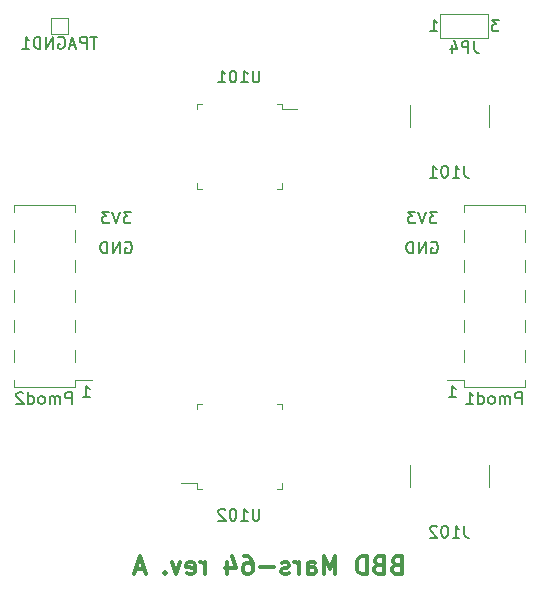
<source format=gbr>
G04 #@! TF.GenerationSoftware,KiCad,Pcbnew,(5.1.5)-3*
G04 #@! TF.CreationDate,2020-02-10T18:10:01+01:00*
G04 #@! TF.ProjectId,Mars-64,4d617273-2d36-4342-9e6b-696361645f70,A*
G04 #@! TF.SameCoordinates,Original*
G04 #@! TF.FileFunction,Legend,Bot*
G04 #@! TF.FilePolarity,Positive*
%FSLAX46Y46*%
G04 Gerber Fmt 4.6, Leading zero omitted, Abs format (unit mm)*
G04 Created by KiCad (PCBNEW (5.1.5)-3) date 2020-02-10 18:10:01*
%MOMM*%
%LPD*%
G04 APERTURE LIST*
%ADD10C,0.300000*%
%ADD11C,0.120000*%
%ADD12C,0.150000*%
G04 APERTURE END LIST*
D10*
X71710000Y-78632857D02*
X71495714Y-78704285D01*
X71424285Y-78775714D01*
X71352857Y-78918571D01*
X71352857Y-79132857D01*
X71424285Y-79275714D01*
X71495714Y-79347142D01*
X71638571Y-79418571D01*
X72210000Y-79418571D01*
X72210000Y-77918571D01*
X71710000Y-77918571D01*
X71567142Y-77990000D01*
X71495714Y-78061428D01*
X71424285Y-78204285D01*
X71424285Y-78347142D01*
X71495714Y-78490000D01*
X71567142Y-78561428D01*
X71710000Y-78632857D01*
X72210000Y-78632857D01*
X70210000Y-78632857D02*
X69995714Y-78704285D01*
X69924285Y-78775714D01*
X69852857Y-78918571D01*
X69852857Y-79132857D01*
X69924285Y-79275714D01*
X69995714Y-79347142D01*
X70138571Y-79418571D01*
X70710000Y-79418571D01*
X70710000Y-77918571D01*
X70210000Y-77918571D01*
X70067142Y-77990000D01*
X69995714Y-78061428D01*
X69924285Y-78204285D01*
X69924285Y-78347142D01*
X69995714Y-78490000D01*
X70067142Y-78561428D01*
X70210000Y-78632857D01*
X70710000Y-78632857D01*
X69210000Y-79418571D02*
X69210000Y-77918571D01*
X68852857Y-77918571D01*
X68638571Y-77990000D01*
X68495714Y-78132857D01*
X68424285Y-78275714D01*
X68352857Y-78561428D01*
X68352857Y-78775714D01*
X68424285Y-79061428D01*
X68495714Y-79204285D01*
X68638571Y-79347142D01*
X68852857Y-79418571D01*
X69210000Y-79418571D01*
X66567142Y-79418571D02*
X66567142Y-77918571D01*
X66067142Y-78990000D01*
X65567142Y-77918571D01*
X65567142Y-79418571D01*
X64210000Y-79418571D02*
X64210000Y-78632857D01*
X64281428Y-78490000D01*
X64424285Y-78418571D01*
X64710000Y-78418571D01*
X64852857Y-78490000D01*
X64210000Y-79347142D02*
X64352857Y-79418571D01*
X64710000Y-79418571D01*
X64852857Y-79347142D01*
X64924285Y-79204285D01*
X64924285Y-79061428D01*
X64852857Y-78918571D01*
X64710000Y-78847142D01*
X64352857Y-78847142D01*
X64210000Y-78775714D01*
X63495714Y-79418571D02*
X63495714Y-78418571D01*
X63495714Y-78704285D02*
X63424285Y-78561428D01*
X63352857Y-78490000D01*
X63210000Y-78418571D01*
X63067142Y-78418571D01*
X62638571Y-79347142D02*
X62495714Y-79418571D01*
X62210000Y-79418571D01*
X62067142Y-79347142D01*
X61995714Y-79204285D01*
X61995714Y-79132857D01*
X62067142Y-78990000D01*
X62210000Y-78918571D01*
X62424285Y-78918571D01*
X62567142Y-78847142D01*
X62638571Y-78704285D01*
X62638571Y-78632857D01*
X62567142Y-78490000D01*
X62424285Y-78418571D01*
X62210000Y-78418571D01*
X62067142Y-78490000D01*
X61352857Y-78847142D02*
X60210000Y-78847142D01*
X58852857Y-77918571D02*
X59138571Y-77918571D01*
X59281428Y-77990000D01*
X59352857Y-78061428D01*
X59495714Y-78275714D01*
X59567142Y-78561428D01*
X59567142Y-79132857D01*
X59495714Y-79275714D01*
X59424285Y-79347142D01*
X59281428Y-79418571D01*
X58995714Y-79418571D01*
X58852857Y-79347142D01*
X58781428Y-79275714D01*
X58710000Y-79132857D01*
X58710000Y-78775714D01*
X58781428Y-78632857D01*
X58852857Y-78561428D01*
X58995714Y-78490000D01*
X59281428Y-78490000D01*
X59424285Y-78561428D01*
X59495714Y-78632857D01*
X59567142Y-78775714D01*
X57424285Y-78418571D02*
X57424285Y-79418571D01*
X57781428Y-77847142D02*
X58138571Y-78918571D01*
X57210000Y-78918571D01*
X55495714Y-79418571D02*
X55495714Y-78418571D01*
X55495714Y-78704285D02*
X55424285Y-78561428D01*
X55352857Y-78490000D01*
X55210000Y-78418571D01*
X55067142Y-78418571D01*
X53995714Y-79347142D02*
X54138571Y-79418571D01*
X54424285Y-79418571D01*
X54567142Y-79347142D01*
X54638571Y-79204285D01*
X54638571Y-78632857D01*
X54567142Y-78490000D01*
X54424285Y-78418571D01*
X54138571Y-78418571D01*
X53995714Y-78490000D01*
X53924285Y-78632857D01*
X53924285Y-78775714D01*
X54638571Y-78918571D01*
X53424285Y-78418571D02*
X53067142Y-79418571D01*
X52710000Y-78418571D01*
X52138571Y-79275714D02*
X52067142Y-79347142D01*
X52138571Y-79418571D01*
X52210000Y-79347142D01*
X52138571Y-79275714D01*
X52138571Y-79418571D01*
X50352857Y-78990000D02*
X49638571Y-78990000D01*
X50495714Y-79418571D02*
X49995714Y-77918571D01*
X49495714Y-79418571D01*
D11*
X55260000Y-46790000D02*
X54810000Y-46790000D01*
X54810000Y-46790000D02*
X54810000Y-46340000D01*
X61580000Y-46790000D02*
X62030000Y-46790000D01*
X62030000Y-46790000D02*
X62030000Y-46340000D01*
X55260000Y-39570000D02*
X54810000Y-39570000D01*
X54810000Y-39570000D02*
X54810000Y-40020000D01*
X61580000Y-39570000D02*
X62030000Y-39570000D01*
X62030000Y-39570000D02*
X62030000Y-40020000D01*
X62030000Y-40020000D02*
X63320000Y-40020000D01*
X54810000Y-71740000D02*
X53520000Y-71740000D01*
X54810000Y-72190000D02*
X54810000Y-71740000D01*
X55260000Y-72190000D02*
X54810000Y-72190000D01*
X62030000Y-72190000D02*
X62030000Y-71740000D01*
X61580000Y-72190000D02*
X62030000Y-72190000D01*
X54810000Y-64970000D02*
X54810000Y-65420000D01*
X55260000Y-64970000D02*
X54810000Y-64970000D01*
X62030000Y-64970000D02*
X62030000Y-65420000D01*
X61580000Y-64970000D02*
X62030000Y-64970000D01*
X72845000Y-41580000D02*
X72845000Y-39700000D01*
X79555000Y-41580000D02*
X79555000Y-39700000D01*
X79555000Y-72060000D02*
X79555000Y-70180000D01*
X72845000Y-72060000D02*
X72845000Y-70180000D01*
X42480000Y-33720000D02*
X43880000Y-33720000D01*
X43880000Y-33720000D02*
X43880000Y-32320000D01*
X43880000Y-32320000D02*
X42480000Y-32320000D01*
X42480000Y-32320000D02*
X42480000Y-33720000D01*
X75420000Y-32020000D02*
X75420000Y-34020000D01*
X79520000Y-32020000D02*
X75420000Y-32020000D01*
X79520000Y-34020000D02*
X79520000Y-32020000D01*
X75420000Y-34020000D02*
X79520000Y-34020000D01*
X82610000Y-51310000D02*
X82610000Y-50290000D01*
X77410000Y-51310000D02*
X77410000Y-50290000D01*
X82610000Y-53850000D02*
X82610000Y-52830000D01*
X77410000Y-53850000D02*
X77410000Y-52830000D01*
X82610000Y-56390000D02*
X82610000Y-55370000D01*
X77410000Y-56390000D02*
X77410000Y-55370000D01*
X82610000Y-58930000D02*
X82610000Y-57910000D01*
X77410000Y-58930000D02*
X77410000Y-57910000D01*
X82610000Y-61470000D02*
X82610000Y-60450000D01*
X77410000Y-61470000D02*
X77410000Y-60450000D01*
X82610000Y-48770000D02*
X82610000Y-48200000D01*
X77410000Y-48770000D02*
X77410000Y-48200000D01*
X82610000Y-63560000D02*
X82610000Y-62990000D01*
X77410000Y-63560000D02*
X77410000Y-62990000D01*
X75970000Y-62990000D02*
X77410000Y-62990000D01*
X77410000Y-48200000D02*
X82610000Y-48200000D01*
X77410000Y-63560000D02*
X82610000Y-63560000D01*
X39310000Y-51310000D02*
X39310000Y-50290000D01*
X44510000Y-51310000D02*
X44510000Y-50290000D01*
X39310000Y-53850000D02*
X39310000Y-52830000D01*
X44510000Y-53850000D02*
X44510000Y-52830000D01*
X39310000Y-56390000D02*
X39310000Y-55370000D01*
X44510000Y-56390000D02*
X44510000Y-55370000D01*
X39310000Y-58930000D02*
X39310000Y-57910000D01*
X44510000Y-58930000D02*
X44510000Y-57910000D01*
X39310000Y-61470000D02*
X39310000Y-60450000D01*
X44510000Y-61470000D02*
X44510000Y-60450000D01*
X39310000Y-48770000D02*
X39310000Y-48200000D01*
X44510000Y-48770000D02*
X44510000Y-48200000D01*
X39310000Y-63560000D02*
X39310000Y-62990000D01*
X44510000Y-63560000D02*
X44510000Y-62990000D01*
X45950000Y-62990000D02*
X44510000Y-62990000D01*
X44510000Y-48200000D02*
X39310000Y-48200000D01*
X44510000Y-63560000D02*
X39310000Y-63560000D01*
D12*
X60134285Y-36782380D02*
X60134285Y-37591904D01*
X60086666Y-37687142D01*
X60039047Y-37734761D01*
X59943809Y-37782380D01*
X59753333Y-37782380D01*
X59658095Y-37734761D01*
X59610476Y-37687142D01*
X59562857Y-37591904D01*
X59562857Y-36782380D01*
X58562857Y-37782380D02*
X59134285Y-37782380D01*
X58848571Y-37782380D02*
X58848571Y-36782380D01*
X58943809Y-36925238D01*
X59039047Y-37020476D01*
X59134285Y-37068095D01*
X57943809Y-36782380D02*
X57848571Y-36782380D01*
X57753333Y-36830000D01*
X57705714Y-36877619D01*
X57658095Y-36972857D01*
X57610476Y-37163333D01*
X57610476Y-37401428D01*
X57658095Y-37591904D01*
X57705714Y-37687142D01*
X57753333Y-37734761D01*
X57848571Y-37782380D01*
X57943809Y-37782380D01*
X58039047Y-37734761D01*
X58086666Y-37687142D01*
X58134285Y-37591904D01*
X58181904Y-37401428D01*
X58181904Y-37163333D01*
X58134285Y-36972857D01*
X58086666Y-36877619D01*
X58039047Y-36830000D01*
X57943809Y-36782380D01*
X56658095Y-37782380D02*
X57229523Y-37782380D01*
X56943809Y-37782380D02*
X56943809Y-36782380D01*
X57039047Y-36925238D01*
X57134285Y-37020476D01*
X57229523Y-37068095D01*
X60134285Y-73882380D02*
X60134285Y-74691904D01*
X60086666Y-74787142D01*
X60039047Y-74834761D01*
X59943809Y-74882380D01*
X59753333Y-74882380D01*
X59658095Y-74834761D01*
X59610476Y-74787142D01*
X59562857Y-74691904D01*
X59562857Y-73882380D01*
X58562857Y-74882380D02*
X59134285Y-74882380D01*
X58848571Y-74882380D02*
X58848571Y-73882380D01*
X58943809Y-74025238D01*
X59039047Y-74120476D01*
X59134285Y-74168095D01*
X57943809Y-73882380D02*
X57848571Y-73882380D01*
X57753333Y-73930000D01*
X57705714Y-73977619D01*
X57658095Y-74072857D01*
X57610476Y-74263333D01*
X57610476Y-74501428D01*
X57658095Y-74691904D01*
X57705714Y-74787142D01*
X57753333Y-74834761D01*
X57848571Y-74882380D01*
X57943809Y-74882380D01*
X58039047Y-74834761D01*
X58086666Y-74787142D01*
X58134285Y-74691904D01*
X58181904Y-74501428D01*
X58181904Y-74263333D01*
X58134285Y-74072857D01*
X58086666Y-73977619D01*
X58039047Y-73930000D01*
X57943809Y-73882380D01*
X57229523Y-73977619D02*
X57181904Y-73930000D01*
X57086666Y-73882380D01*
X56848571Y-73882380D01*
X56753333Y-73930000D01*
X56705714Y-73977619D01*
X56658095Y-74072857D01*
X56658095Y-74168095D01*
X56705714Y-74310952D01*
X57277142Y-74882380D01*
X56658095Y-74882380D01*
X77485714Y-44842380D02*
X77485714Y-45556666D01*
X77533333Y-45699523D01*
X77628571Y-45794761D01*
X77771428Y-45842380D01*
X77866666Y-45842380D01*
X76485714Y-45842380D02*
X77057142Y-45842380D01*
X76771428Y-45842380D02*
X76771428Y-44842380D01*
X76866666Y-44985238D01*
X76961904Y-45080476D01*
X77057142Y-45128095D01*
X75866666Y-44842380D02*
X75771428Y-44842380D01*
X75676190Y-44890000D01*
X75628571Y-44937619D01*
X75580952Y-45032857D01*
X75533333Y-45223333D01*
X75533333Y-45461428D01*
X75580952Y-45651904D01*
X75628571Y-45747142D01*
X75676190Y-45794761D01*
X75771428Y-45842380D01*
X75866666Y-45842380D01*
X75961904Y-45794761D01*
X76009523Y-45747142D01*
X76057142Y-45651904D01*
X76104761Y-45461428D01*
X76104761Y-45223333D01*
X76057142Y-45032857D01*
X76009523Y-44937619D01*
X75961904Y-44890000D01*
X75866666Y-44842380D01*
X74580952Y-45842380D02*
X75152380Y-45842380D01*
X74866666Y-45842380D02*
X74866666Y-44842380D01*
X74961904Y-44985238D01*
X75057142Y-45080476D01*
X75152380Y-45128095D01*
X77485714Y-75322380D02*
X77485714Y-76036666D01*
X77533333Y-76179523D01*
X77628571Y-76274761D01*
X77771428Y-76322380D01*
X77866666Y-76322380D01*
X76485714Y-76322380D02*
X77057142Y-76322380D01*
X76771428Y-76322380D02*
X76771428Y-75322380D01*
X76866666Y-75465238D01*
X76961904Y-75560476D01*
X77057142Y-75608095D01*
X75866666Y-75322380D02*
X75771428Y-75322380D01*
X75676190Y-75370000D01*
X75628571Y-75417619D01*
X75580952Y-75512857D01*
X75533333Y-75703333D01*
X75533333Y-75941428D01*
X75580952Y-76131904D01*
X75628571Y-76227142D01*
X75676190Y-76274761D01*
X75771428Y-76322380D01*
X75866666Y-76322380D01*
X75961904Y-76274761D01*
X76009523Y-76227142D01*
X76057142Y-76131904D01*
X76104761Y-75941428D01*
X76104761Y-75703333D01*
X76057142Y-75512857D01*
X76009523Y-75417619D01*
X75961904Y-75370000D01*
X75866666Y-75322380D01*
X75152380Y-75417619D02*
X75104761Y-75370000D01*
X75009523Y-75322380D01*
X74771428Y-75322380D01*
X74676190Y-75370000D01*
X74628571Y-75417619D01*
X74580952Y-75512857D01*
X74580952Y-75608095D01*
X74628571Y-75750952D01*
X75200000Y-76322380D01*
X74580952Y-76322380D01*
X46394285Y-33920380D02*
X45822857Y-33920380D01*
X46108571Y-34920380D02*
X46108571Y-33920380D01*
X45489523Y-34920380D02*
X45489523Y-33920380D01*
X45108571Y-33920380D01*
X45013333Y-33968000D01*
X44965714Y-34015619D01*
X44918095Y-34110857D01*
X44918095Y-34253714D01*
X44965714Y-34348952D01*
X45013333Y-34396571D01*
X45108571Y-34444190D01*
X45489523Y-34444190D01*
X44537142Y-34634666D02*
X44060952Y-34634666D01*
X44632380Y-34920380D02*
X44299047Y-33920380D01*
X43965714Y-34920380D01*
X43108571Y-33968000D02*
X43203809Y-33920380D01*
X43346666Y-33920380D01*
X43489523Y-33968000D01*
X43584761Y-34063238D01*
X43632380Y-34158476D01*
X43680000Y-34348952D01*
X43680000Y-34491809D01*
X43632380Y-34682285D01*
X43584761Y-34777523D01*
X43489523Y-34872761D01*
X43346666Y-34920380D01*
X43251428Y-34920380D01*
X43108571Y-34872761D01*
X43060952Y-34825142D01*
X43060952Y-34491809D01*
X43251428Y-34491809D01*
X42632380Y-34920380D02*
X42632380Y-33920380D01*
X42060952Y-34920380D01*
X42060952Y-33920380D01*
X41584761Y-34920380D02*
X41584761Y-33920380D01*
X41346666Y-33920380D01*
X41203809Y-33968000D01*
X41108571Y-34063238D01*
X41060952Y-34158476D01*
X41013333Y-34348952D01*
X41013333Y-34491809D01*
X41060952Y-34682285D01*
X41108571Y-34777523D01*
X41203809Y-34872761D01*
X41346666Y-34920380D01*
X41584761Y-34920380D01*
X40060952Y-34920380D02*
X40632380Y-34920380D01*
X40346666Y-34920380D02*
X40346666Y-33920380D01*
X40441904Y-34063238D01*
X40537142Y-34158476D01*
X40632380Y-34206095D01*
X78303333Y-34272380D02*
X78303333Y-34986666D01*
X78350952Y-35129523D01*
X78446190Y-35224761D01*
X78589047Y-35272380D01*
X78684285Y-35272380D01*
X77827142Y-35272380D02*
X77827142Y-34272380D01*
X77446190Y-34272380D01*
X77350952Y-34320000D01*
X77303333Y-34367619D01*
X77255714Y-34462857D01*
X77255714Y-34605714D01*
X77303333Y-34700952D01*
X77350952Y-34748571D01*
X77446190Y-34796190D01*
X77827142Y-34796190D01*
X76398571Y-34605714D02*
X76398571Y-35272380D01*
X76636666Y-34224761D02*
X76874761Y-34939047D01*
X76255714Y-34939047D01*
X80403333Y-32472380D02*
X79784285Y-32472380D01*
X80117619Y-32853333D01*
X79974761Y-32853333D01*
X79879523Y-32900952D01*
X79831904Y-32948571D01*
X79784285Y-33043809D01*
X79784285Y-33281904D01*
X79831904Y-33377142D01*
X79879523Y-33424761D01*
X79974761Y-33472380D01*
X80260476Y-33472380D01*
X80355714Y-33424761D01*
X80403333Y-33377142D01*
X74584285Y-33472380D02*
X75155714Y-33472380D01*
X74870000Y-33472380D02*
X74870000Y-32472380D01*
X74965238Y-32615238D01*
X75060476Y-32710476D01*
X75155714Y-32758095D01*
X82319523Y-65012380D02*
X82319523Y-64012380D01*
X81938571Y-64012380D01*
X81843333Y-64060000D01*
X81795714Y-64107619D01*
X81748095Y-64202857D01*
X81748095Y-64345714D01*
X81795714Y-64440952D01*
X81843333Y-64488571D01*
X81938571Y-64536190D01*
X82319523Y-64536190D01*
X81319523Y-65012380D02*
X81319523Y-64345714D01*
X81319523Y-64440952D02*
X81271904Y-64393333D01*
X81176666Y-64345714D01*
X81033809Y-64345714D01*
X80938571Y-64393333D01*
X80890952Y-64488571D01*
X80890952Y-65012380D01*
X80890952Y-64488571D02*
X80843333Y-64393333D01*
X80748095Y-64345714D01*
X80605238Y-64345714D01*
X80510000Y-64393333D01*
X80462380Y-64488571D01*
X80462380Y-65012380D01*
X79843333Y-65012380D02*
X79938571Y-64964761D01*
X79986190Y-64917142D01*
X80033809Y-64821904D01*
X80033809Y-64536190D01*
X79986190Y-64440952D01*
X79938571Y-64393333D01*
X79843333Y-64345714D01*
X79700476Y-64345714D01*
X79605238Y-64393333D01*
X79557619Y-64440952D01*
X79510000Y-64536190D01*
X79510000Y-64821904D01*
X79557619Y-64917142D01*
X79605238Y-64964761D01*
X79700476Y-65012380D01*
X79843333Y-65012380D01*
X78652857Y-65012380D02*
X78652857Y-64012380D01*
X78652857Y-64964761D02*
X78748095Y-65012380D01*
X78938571Y-65012380D01*
X79033809Y-64964761D01*
X79081428Y-64917142D01*
X79129047Y-64821904D01*
X79129047Y-64536190D01*
X79081428Y-64440952D01*
X79033809Y-64393333D01*
X78938571Y-64345714D01*
X78748095Y-64345714D01*
X78652857Y-64393333D01*
X77652857Y-65012380D02*
X78224285Y-65012380D01*
X77938571Y-65012380D02*
X77938571Y-64012380D01*
X78033809Y-64155238D01*
X78129047Y-64250476D01*
X78224285Y-64298095D01*
X74675904Y-51316000D02*
X74771142Y-51268380D01*
X74914000Y-51268380D01*
X75056857Y-51316000D01*
X75152095Y-51411238D01*
X75199714Y-51506476D01*
X75247333Y-51696952D01*
X75247333Y-51839809D01*
X75199714Y-52030285D01*
X75152095Y-52125523D01*
X75056857Y-52220761D01*
X74914000Y-52268380D01*
X74818761Y-52268380D01*
X74675904Y-52220761D01*
X74628285Y-52173142D01*
X74628285Y-51839809D01*
X74818761Y-51839809D01*
X74199714Y-52268380D02*
X74199714Y-51268380D01*
X73628285Y-52268380D01*
X73628285Y-51268380D01*
X73152095Y-52268380D02*
X73152095Y-51268380D01*
X72914000Y-51268380D01*
X72771142Y-51316000D01*
X72675904Y-51411238D01*
X72628285Y-51506476D01*
X72580666Y-51696952D01*
X72580666Y-51839809D01*
X72628285Y-52030285D01*
X72675904Y-52125523D01*
X72771142Y-52220761D01*
X72914000Y-52268380D01*
X73152095Y-52268380D01*
X75152095Y-48728380D02*
X74533047Y-48728380D01*
X74866380Y-49109333D01*
X74723523Y-49109333D01*
X74628285Y-49156952D01*
X74580666Y-49204571D01*
X74533047Y-49299809D01*
X74533047Y-49537904D01*
X74580666Y-49633142D01*
X74628285Y-49680761D01*
X74723523Y-49728380D01*
X75009238Y-49728380D01*
X75104476Y-49680761D01*
X75152095Y-49633142D01*
X74247333Y-48728380D02*
X73914000Y-49728380D01*
X73580666Y-48728380D01*
X73342571Y-48728380D02*
X72723523Y-48728380D01*
X73056857Y-49109333D01*
X72914000Y-49109333D01*
X72818761Y-49156952D01*
X72771142Y-49204571D01*
X72723523Y-49299809D01*
X72723523Y-49537904D01*
X72771142Y-49633142D01*
X72818761Y-49680761D01*
X72914000Y-49728380D01*
X73199714Y-49728380D01*
X73294952Y-49680761D01*
X73342571Y-49633142D01*
X76168285Y-64460380D02*
X76739714Y-64460380D01*
X76454000Y-64460380D02*
X76454000Y-63460380D01*
X76549238Y-63603238D01*
X76644476Y-63698476D01*
X76739714Y-63746095D01*
X44219523Y-65012380D02*
X44219523Y-64012380D01*
X43838571Y-64012380D01*
X43743333Y-64060000D01*
X43695714Y-64107619D01*
X43648095Y-64202857D01*
X43648095Y-64345714D01*
X43695714Y-64440952D01*
X43743333Y-64488571D01*
X43838571Y-64536190D01*
X44219523Y-64536190D01*
X43219523Y-65012380D02*
X43219523Y-64345714D01*
X43219523Y-64440952D02*
X43171904Y-64393333D01*
X43076666Y-64345714D01*
X42933809Y-64345714D01*
X42838571Y-64393333D01*
X42790952Y-64488571D01*
X42790952Y-65012380D01*
X42790952Y-64488571D02*
X42743333Y-64393333D01*
X42648095Y-64345714D01*
X42505238Y-64345714D01*
X42410000Y-64393333D01*
X42362380Y-64488571D01*
X42362380Y-65012380D01*
X41743333Y-65012380D02*
X41838571Y-64964761D01*
X41886190Y-64917142D01*
X41933809Y-64821904D01*
X41933809Y-64536190D01*
X41886190Y-64440952D01*
X41838571Y-64393333D01*
X41743333Y-64345714D01*
X41600476Y-64345714D01*
X41505238Y-64393333D01*
X41457619Y-64440952D01*
X41410000Y-64536190D01*
X41410000Y-64821904D01*
X41457619Y-64917142D01*
X41505238Y-64964761D01*
X41600476Y-65012380D01*
X41743333Y-65012380D01*
X40552857Y-65012380D02*
X40552857Y-64012380D01*
X40552857Y-64964761D02*
X40648095Y-65012380D01*
X40838571Y-65012380D01*
X40933809Y-64964761D01*
X40981428Y-64917142D01*
X41029047Y-64821904D01*
X41029047Y-64536190D01*
X40981428Y-64440952D01*
X40933809Y-64393333D01*
X40838571Y-64345714D01*
X40648095Y-64345714D01*
X40552857Y-64393333D01*
X40124285Y-64107619D02*
X40076666Y-64060000D01*
X39981428Y-64012380D01*
X39743333Y-64012380D01*
X39648095Y-64060000D01*
X39600476Y-64107619D01*
X39552857Y-64202857D01*
X39552857Y-64298095D01*
X39600476Y-64440952D01*
X40171904Y-65012380D01*
X39552857Y-65012380D01*
X48767904Y-51316000D02*
X48863142Y-51268380D01*
X49006000Y-51268380D01*
X49148857Y-51316000D01*
X49244095Y-51411238D01*
X49291714Y-51506476D01*
X49339333Y-51696952D01*
X49339333Y-51839809D01*
X49291714Y-52030285D01*
X49244095Y-52125523D01*
X49148857Y-52220761D01*
X49006000Y-52268380D01*
X48910761Y-52268380D01*
X48767904Y-52220761D01*
X48720285Y-52173142D01*
X48720285Y-51839809D01*
X48910761Y-51839809D01*
X48291714Y-52268380D02*
X48291714Y-51268380D01*
X47720285Y-52268380D01*
X47720285Y-51268380D01*
X47244095Y-52268380D02*
X47244095Y-51268380D01*
X47006000Y-51268380D01*
X46863142Y-51316000D01*
X46767904Y-51411238D01*
X46720285Y-51506476D01*
X46672666Y-51696952D01*
X46672666Y-51839809D01*
X46720285Y-52030285D01*
X46767904Y-52125523D01*
X46863142Y-52220761D01*
X47006000Y-52268380D01*
X47244095Y-52268380D01*
X49244095Y-48728380D02*
X48625047Y-48728380D01*
X48958380Y-49109333D01*
X48815523Y-49109333D01*
X48720285Y-49156952D01*
X48672666Y-49204571D01*
X48625047Y-49299809D01*
X48625047Y-49537904D01*
X48672666Y-49633142D01*
X48720285Y-49680761D01*
X48815523Y-49728380D01*
X49101238Y-49728380D01*
X49196476Y-49680761D01*
X49244095Y-49633142D01*
X48339333Y-48728380D02*
X48006000Y-49728380D01*
X47672666Y-48728380D01*
X47434571Y-48728380D02*
X46815523Y-48728380D01*
X47148857Y-49109333D01*
X47006000Y-49109333D01*
X46910761Y-49156952D01*
X46863142Y-49204571D01*
X46815523Y-49299809D01*
X46815523Y-49537904D01*
X46863142Y-49633142D01*
X46910761Y-49680761D01*
X47006000Y-49728380D01*
X47291714Y-49728380D01*
X47386952Y-49680761D01*
X47434571Y-49633142D01*
X45180285Y-64460380D02*
X45751714Y-64460380D01*
X45466000Y-64460380D02*
X45466000Y-63460380D01*
X45561238Y-63603238D01*
X45656476Y-63698476D01*
X45751714Y-63746095D01*
M02*

</source>
